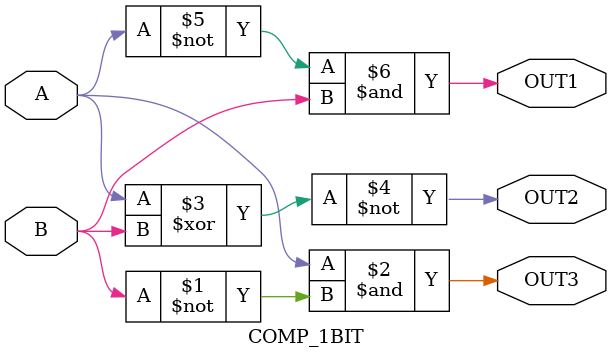
<source format=v>
module COMP_1BIT(A,B,OUT3,OUT2,OUT1);
    input A,B;
    output OUT1,OUT2,OUT3;
    //assigning 1st bit for A>B ; 2nd bit for A=B ;  3rd bit for A<B
    assign OUT3 = (A&(~B)); 
    assign OUT2 = (~(A^B));
    assign OUT1 = ((~A)&B);
endmodule

</source>
